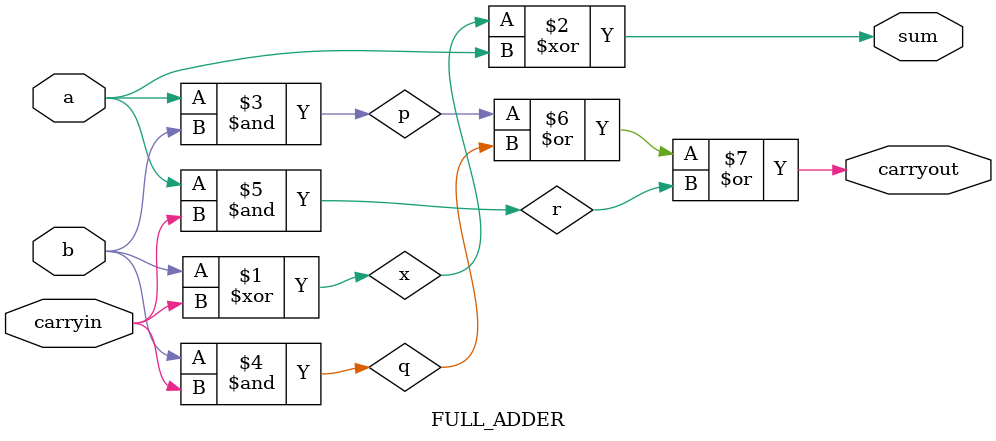
<source format=v>
module FULL_ADDER(a,b,carryin,sum,carryout); 
input a,b,carryin; 
output sum,carryout; 
wire x,p,q,r; 
xor(x,b,carryin); 
xor(sum,x,a); 
and(p,a,b); 
and(q,b,carryin); 
and(r,a,carryin); 
or(carryout,p,q,r); 
endmodule 
</source>
